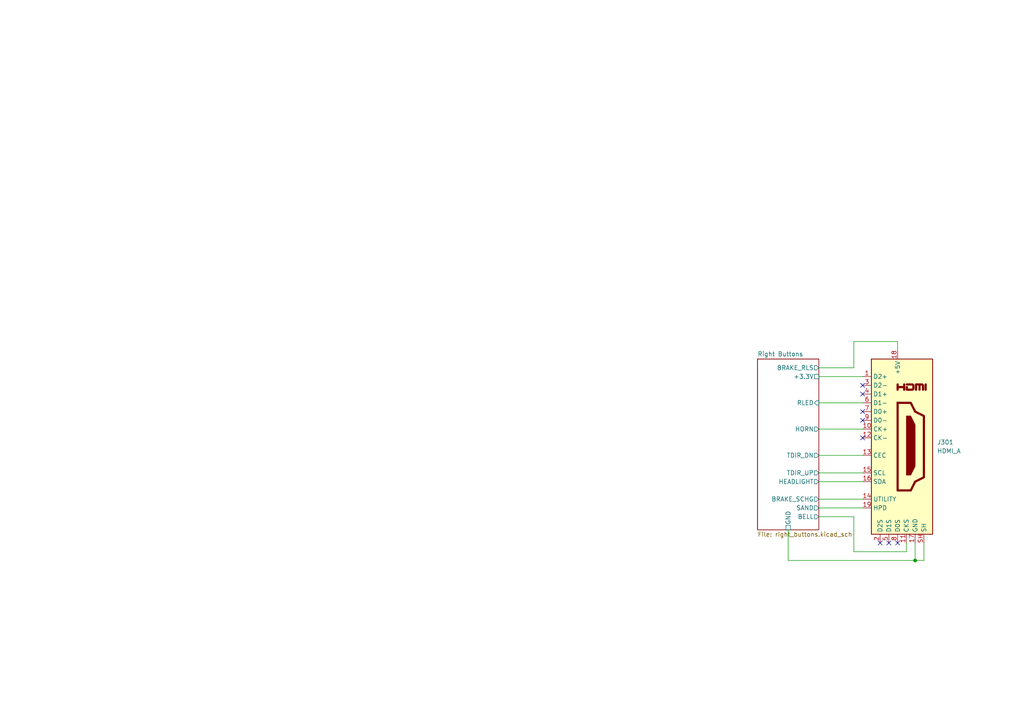
<source format=kicad_sch>
(kicad_sch (version 20231120) (generator "eeschema") (generator_version "8.0")
  (paper "A4")
  (lib_symbols
    (symbol "Connector:HDMI_A"
      (property "Reference" "J" (at -6.35 26.67 0))
      (property "Value" "HDMI_A" (at 10.16 26.67 0))
      (symbol "HDMI_A_0_0"
        (polyline (pts (xy 8.128 16.51) (xy 8.128 18.034)) (stroke (width 0.635)))
        (polyline (pts (xy 0 16.51) (xy 0 18.034) (xy 0 17.272) (xy 1.905 17.272) (xy 1.905 18.034) (xy 1.905 16.51)) (stroke (width 0.635)))
        (polyline (pts (xy 2.667 18.034) (xy 4.318 18.034) (xy 4.572 17.78) (xy 4.572 16.764) (xy 4.318 16.51) (xy 2.667 16.51) (xy 2.667 17.272)) (stroke (width 0.635)))
      )
      (symbol "HDMI_A_0_1"
        (rectangle (start -7.62 25.4) (end 10.16 -25.4) (stroke (width 0.254)) (fill (type background)))
        (polyline (pts (xy 2.54 8.89) (xy 3.81 8.89) (xy 5.08 6.35) (xy 5.08 -5.715) (xy 3.81 -8.255) (xy 2.54 -8.255) (xy 2.54 8.89)) (fill (type outline)))
        (polyline (pts (xy 5.334 16.51) (xy 5.334 18.034) (xy 6.35 18.034) (xy 6.35 16.51) (xy 6.35 18.034) (xy 7.112 18.034) (xy 7.366 17.78) (xy 7.366 16.51)) (stroke (width 0.635)))
        (polyline (pts (xy 0 12.7) (xy 0 -12.7) (xy 3.81 -12.7) (xy 5.08 -10.16) (xy 7.62 -8.89) (xy 7.62 8.89) (xy 5.08 10.16) (xy 3.81 12.7) (xy 0 12.7)) (stroke (width 0.635)))
      )
      (symbol "HDMI_A_1_1"
        (pin passive line (at -10.16 20.32 0) (length 2.54) (name "D2+") (number "1"))
        (pin passive line (at -10.16 5.08 0) (length 2.54) (name "CK+") (number "10"))
        (pin power_in line (at 2.54 -27.94 90) (length 2.54) (name "CKS") (number "11"))
        (pin passive line (at -10.16 2.54 0) (length 2.54) (name "CK-") (number "12"))
        (pin bidirectional line (at -10.16 -2.54 0) (length 2.54) (name "CEC") (number "13"))
        (pin passive line (at -10.16 -15.24 0) (length 2.54) (name "UTILITY") (number "14"))
        (pin passive line (at -10.16 -7.62 0) (length 2.54) (name "SCL") (number "15"))
        (pin bidirectional line (at -10.16 -10.16 0) (length 2.54) (name "SDA") (number "16"))
        (pin power_in line (at 5.08 -27.94 90) (length 2.54) (name "GND") (number "17"))
        (pin power_in line (at 0 27.94 270) (length 2.54) (name "+5V") (number "18"))
        (pin passive line (at -10.16 -17.78 0) (length 2.54) (name "HPD") (number "19"))
        (pin power_in line (at -5.08 -27.94 90) (length 2.54) (name "D2S") (number "2"))
        (pin passive line (at -10.16 17.78 0) (length 2.54) (name "D2-") (number "3"))
        (pin passive line (at -10.16 15.24 0) (length 2.54) (name "D1+") (number "4"))
        (pin power_in line (at -2.54 -27.94 90) (length 2.54) (name "D1S") (number "5"))
        (pin passive line (at -10.16 12.7 0) (length 2.54) (name "D1-") (number "6"))
        (pin passive line (at -10.16 10.16 0) (length 2.54) (name "D0+") (number "7"))
        (pin power_in line (at 0 -27.94 90) (length 2.54) (name "D0S") (number "8"))
        (pin passive line (at -10.16 7.62 0) (length 2.54) (name "D0-") (number "9"))
        (pin passive line (at 7.62 -27.94 90) (length 2.54) (name "SH") (number "SH"))
      )
    )
  )
  (junction (at 265.43 162.56))
  (no_connect (at 250.19 127))
  (no_connect (at 250.19 119.38))
  (no_connect (at 255.27 157.48))
  (no_connect (at 250.19 121.92))
  (no_connect (at 250.19 114.3))
  (no_connect (at 260.35 157.48))
  (no_connect (at 250.19 111.76))
  (no_connect (at 257.81 157.48))
  (wire (pts (xy 237.49 144.78) (xy 250.19 144.78)))
  (wire (pts (xy 265.43 157.48) (xy 265.43 162.56)))
  (wire (pts (xy 260.35 99.06) (xy 247.65 99.06)))
  (wire (pts (xy 237.49 147.32) (xy 250.19 147.32)))
  (wire (pts (xy 265.43 162.56) (xy 228.6 162.56)))
  (wire (pts (xy 260.35 101.6) (xy 260.35 99.06)))
  (wire (pts (xy 228.6 153.67) (xy 228.6 162.56)))
  (wire (pts (xy 237.49 116.84) (xy 250.19 116.84)))
  (wire (pts (xy 237.49 124.46) (xy 250.19 124.46)))
  (wire (pts (xy 237.49 137.16) (xy 250.19 137.16)))
  (wire (pts (xy 247.65 160.02) (xy 262.89 160.02)))
  (wire (pts (xy 247.65 149.86) (xy 247.65 160.02)))
  (wire (pts (xy 247.65 99.06) (xy 247.65 106.68)))
  (wire (pts (xy 267.97 157.48) (xy 267.97 162.56)))
  (wire (pts (xy 237.49 149.86) (xy 247.65 149.86)))
  (wire (pts (xy 262.89 157.48) (xy 262.89 160.02)))
  (wire (pts (xy 267.97 162.56) (xy 265.43 162.56)))
  (wire (pts (xy 237.49 132.08) (xy 250.19 132.08)))
  (wire (pts (xy 237.49 109.22) (xy 250.19 109.22)))
  (wire (pts (xy 237.49 139.7) (xy 250.19 139.7)))
  (wire (pts (xy 237.49 106.68) (xy 247.65 106.68)))
  (symbol (lib_id "Connector:HDMI_A") (at 260.35 129.54 0) (unit 1)
    (property "Reference" "J301" (at 271.78 128.2699 0) (effects (justify left)))
    (property "Value" "HDMI_A" (at 271.78 130.8099 0) (effects (justify left)))
    (property "Footprint" "Connector_HDMI:HDMI_A_Molex_208658-1001_Horizontal" (effects (hide yes)))
    (property "Datasheet" "https://en.wikipedia.org/wiki/HDMI" (effects (hide yes)))
    (property "Description" "HDMI type A connector" (effects (hide yes)))
    (property "LCSC" "C2858275" (effects (hide yes)))
  )
  (sheet (at 219.71 104.14) (size 17.78 49.53) (stroke (width 0.1524))
    (property "Sheetname" "Right Buttons" (at 219.71 103.4284 0) (effects (justify left bottom)))
    (property "Sheetfile" "right_buttons.kicad_sch" (at 219.71 154.2546 0) (effects (justify left top)))
    (pin "SAND" output (at 237.49 147.32 0))
    (pin "BRAKE_RLS" output (at 237.49 106.68 0))
    (pin "HEADLIGHT" output (at 237.49 139.7 0))
    (pin "TDIR_UP" output (at 237.49 137.16 0))
    (pin "HORN" output (at 237.49 124.46 0))
    (pin "TDIR_DN" output (at 237.49 132.08 0))
    (pin "BRAKE_SCHG" output (at 237.49 144.78 0))
    (pin "BELL" output (at 237.49 149.86 0))
    (pin "GND" passive (at 228.6 153.67 270))
    (pin "+3.3V" passive (at 237.49 109.22 0))
    (pin "RLED" input (at 237.49 116.84 0))
  )
)
</source>
